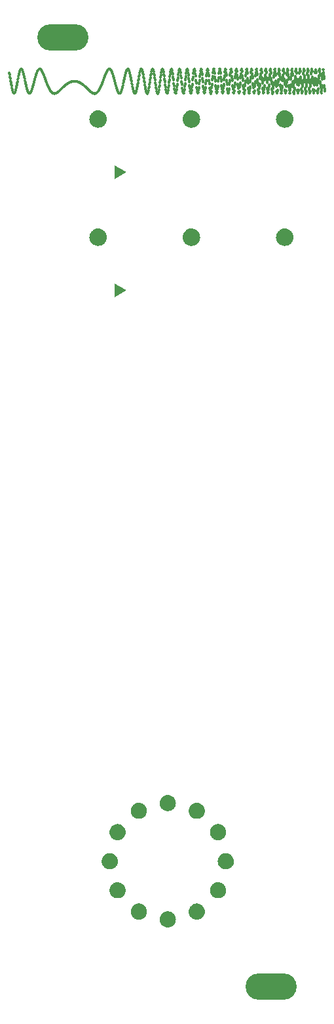
<source format=gts>
G04 Layer: TopSolderMaskLayer*
G04 EasyEDA v6.5.29, 2023-07-18 11:26:45*
G04 f5dd1875718348fc98e1e87d03b919b8,5a6b42c53f6a479593ecc07194224c93,10*
G04 Gerber Generator version 0.2*
G04 Scale: 100 percent, Rotated: No, Reflected: No *
G04 Dimensions in millimeters *
G04 leading zeros omitted , absolute positions ,4 integer and 5 decimal *
%FSLAX45Y45*%
%MOMM*%

%ADD10C,0.3556*%
%ADD11O,6.6032126X3.4031936000000003*%

%LPD*%
G36*
X1140561Y10107574D02*
G01*
X1130909Y10106964D01*
X1121308Y10105491D01*
X1111859Y10103205D01*
X1102664Y10100157D01*
X1093774Y10096296D01*
X1085240Y10091674D01*
X1077163Y10086340D01*
X1073251Y10083444D01*
X1065936Y10077094D01*
X1062431Y10073741D01*
X1055979Y10066528D01*
X1050137Y10058755D01*
X1045006Y10050526D01*
X1042669Y10046258D01*
X1038656Y10037470D01*
X1035354Y10028326D01*
X1032916Y10018979D01*
X1031240Y10009428D01*
X1030427Y9999726D01*
X1030427Y9990074D01*
X1031240Y9980371D01*
X1032916Y9970820D01*
X1035354Y9961473D01*
X1038656Y9952329D01*
X1042669Y9943541D01*
X1047496Y9935108D01*
X1052982Y9927082D01*
X1059129Y9919614D01*
X1065936Y9912654D01*
X1073251Y9906355D01*
X1081125Y9900666D01*
X1089456Y9895738D01*
X1098194Y9891471D01*
X1107236Y9888016D01*
X1116584Y9885324D01*
X1126083Y9883495D01*
X1135735Y9882428D01*
X1145438Y9882225D01*
X1155090Y9882835D01*
X1164691Y9884308D01*
X1174140Y9886594D01*
X1183335Y9889642D01*
X1192225Y9893503D01*
X1200759Y9898126D01*
X1204874Y9900666D01*
X1212748Y9906355D01*
X1220063Y9912654D01*
X1226870Y9919614D01*
X1233017Y9927082D01*
X1238504Y9935108D01*
X1243330Y9943541D01*
X1247343Y9952329D01*
X1250645Y9961473D01*
X1253083Y9970820D01*
X1254760Y9980371D01*
X1255572Y9990074D01*
X1255572Y9999726D01*
X1254760Y10009428D01*
X1253083Y10018979D01*
X1250645Y10028326D01*
X1247343Y10037470D01*
X1243330Y10046258D01*
X1238504Y10054691D01*
X1233017Y10062718D01*
X1226870Y10070185D01*
X1223568Y10073741D01*
X1216456Y10080345D01*
X1212748Y10083444D01*
X1204874Y10089083D01*
X1196543Y10094061D01*
X1187805Y10098328D01*
X1178763Y10101783D01*
X1169416Y10104475D01*
X1159916Y10106304D01*
X1150264Y10107371D01*
G37*
G36*
X2347061Y10107574D02*
G01*
X2337409Y10106964D01*
X2327808Y10105491D01*
X2318359Y10103205D01*
X2309164Y10100157D01*
X2300274Y10096296D01*
X2291740Y10091674D01*
X2283663Y10086340D01*
X2279751Y10083444D01*
X2272436Y10077094D01*
X2268931Y10073741D01*
X2262479Y10066528D01*
X2256637Y10058755D01*
X2251506Y10050526D01*
X2249170Y10046258D01*
X2245156Y10037470D01*
X2241854Y10028326D01*
X2239416Y10018979D01*
X2237740Y10009428D01*
X2236927Y9999726D01*
X2236927Y9990074D01*
X2237740Y9980371D01*
X2239416Y9970820D01*
X2241854Y9961473D01*
X2245156Y9952329D01*
X2249170Y9943541D01*
X2253996Y9935108D01*
X2259482Y9927082D01*
X2265629Y9919614D01*
X2272436Y9912654D01*
X2279751Y9906355D01*
X2287625Y9900666D01*
X2295956Y9895738D01*
X2304694Y9891471D01*
X2313736Y9888016D01*
X2323084Y9885324D01*
X2332583Y9883495D01*
X2342235Y9882428D01*
X2351938Y9882225D01*
X2361590Y9882835D01*
X2371191Y9884308D01*
X2380640Y9886594D01*
X2389835Y9889642D01*
X2398725Y9893503D01*
X2407259Y9898126D01*
X2411374Y9900666D01*
X2419248Y9906355D01*
X2426563Y9912654D01*
X2433370Y9919614D01*
X2439517Y9927082D01*
X2445004Y9935108D01*
X2449830Y9943541D01*
X2453843Y9952329D01*
X2457145Y9961473D01*
X2459583Y9970820D01*
X2461260Y9980371D01*
X2462072Y9990074D01*
X2462072Y9999726D01*
X2461260Y10009428D01*
X2459583Y10018979D01*
X2457145Y10028326D01*
X2453843Y10037470D01*
X2449830Y10046258D01*
X2445004Y10054691D01*
X2439517Y10062718D01*
X2433370Y10070185D01*
X2430068Y10073741D01*
X2422956Y10080345D01*
X2419248Y10083444D01*
X2411374Y10089083D01*
X2403043Y10094061D01*
X2394305Y10098328D01*
X2385263Y10101783D01*
X2375916Y10104475D01*
X2366416Y10106304D01*
X2356764Y10107371D01*
G37*
G36*
X3553561Y10107574D02*
G01*
X3543909Y10106964D01*
X3534308Y10105491D01*
X3524859Y10103205D01*
X3515664Y10100157D01*
X3506774Y10096296D01*
X3498240Y10091674D01*
X3490163Y10086340D01*
X3486251Y10083444D01*
X3478936Y10077094D01*
X3475431Y10073741D01*
X3468979Y10066528D01*
X3463137Y10058755D01*
X3458006Y10050526D01*
X3455670Y10046258D01*
X3451656Y10037470D01*
X3448354Y10028326D01*
X3445916Y10018979D01*
X3444240Y10009428D01*
X3443427Y9999726D01*
X3443427Y9990074D01*
X3444240Y9980371D01*
X3445916Y9970820D01*
X3448354Y9961473D01*
X3451656Y9952329D01*
X3455670Y9943541D01*
X3460496Y9935108D01*
X3465982Y9927082D01*
X3472129Y9919614D01*
X3478936Y9912654D01*
X3486251Y9906355D01*
X3494125Y9900666D01*
X3502456Y9895738D01*
X3511194Y9891471D01*
X3520236Y9888016D01*
X3529584Y9885324D01*
X3539083Y9883495D01*
X3548735Y9882428D01*
X3558438Y9882225D01*
X3568090Y9882835D01*
X3577691Y9884308D01*
X3587140Y9886594D01*
X3596335Y9889642D01*
X3605225Y9893503D01*
X3613759Y9898126D01*
X3617874Y9900666D01*
X3625748Y9906355D01*
X3633063Y9912654D01*
X3639870Y9919614D01*
X3646017Y9927082D01*
X3651504Y9935108D01*
X3656329Y9943541D01*
X3660343Y9952329D01*
X3663645Y9961473D01*
X3666083Y9970820D01*
X3667760Y9980371D01*
X3668572Y9990074D01*
X3668572Y9999726D01*
X3667760Y10009428D01*
X3666083Y10018979D01*
X3663645Y10028326D01*
X3660343Y10037470D01*
X3656329Y10046258D01*
X3651504Y10054691D01*
X3646017Y10062718D01*
X3639870Y10070185D01*
X3636568Y10073741D01*
X3629456Y10080345D01*
X3625748Y10083444D01*
X3617874Y10089083D01*
X3609543Y10094061D01*
X3600805Y10098328D01*
X3591763Y10101783D01*
X3582415Y10104475D01*
X3572916Y10106304D01*
X3563264Y10107371D01*
G37*
G36*
X1140561Y11631574D02*
G01*
X1130909Y11630964D01*
X1121308Y11629491D01*
X1111859Y11627205D01*
X1102664Y11624157D01*
X1093774Y11620296D01*
X1085240Y11615674D01*
X1077163Y11610340D01*
X1073251Y11607444D01*
X1065936Y11601094D01*
X1062431Y11597741D01*
X1055979Y11590528D01*
X1050137Y11582755D01*
X1045006Y11574526D01*
X1042669Y11570258D01*
X1038656Y11561470D01*
X1035354Y11552326D01*
X1032916Y11542979D01*
X1031240Y11533428D01*
X1030427Y11523726D01*
X1030427Y11514074D01*
X1031240Y11504371D01*
X1032916Y11494820D01*
X1035354Y11485473D01*
X1038656Y11476329D01*
X1042669Y11467541D01*
X1047496Y11459108D01*
X1052982Y11451082D01*
X1059129Y11443614D01*
X1065936Y11436654D01*
X1073251Y11430355D01*
X1081125Y11424666D01*
X1089456Y11419738D01*
X1098194Y11415471D01*
X1107236Y11412016D01*
X1116584Y11409324D01*
X1126083Y11407495D01*
X1135735Y11406428D01*
X1145438Y11406225D01*
X1155090Y11406835D01*
X1164691Y11408308D01*
X1174140Y11410594D01*
X1183335Y11413642D01*
X1192225Y11417503D01*
X1200759Y11422126D01*
X1204874Y11424666D01*
X1212748Y11430355D01*
X1220063Y11436654D01*
X1226870Y11443614D01*
X1233017Y11451082D01*
X1238504Y11459108D01*
X1243330Y11467541D01*
X1247343Y11476329D01*
X1250645Y11485473D01*
X1253083Y11494820D01*
X1254760Y11504371D01*
X1255572Y11514074D01*
X1255572Y11523726D01*
X1254760Y11533428D01*
X1253083Y11542979D01*
X1250645Y11552326D01*
X1247343Y11561470D01*
X1243330Y11570258D01*
X1238504Y11578691D01*
X1233017Y11586718D01*
X1226870Y11594185D01*
X1223568Y11597741D01*
X1216456Y11604345D01*
X1212748Y11607444D01*
X1204874Y11613083D01*
X1196543Y11618061D01*
X1187805Y11622328D01*
X1178763Y11625783D01*
X1169416Y11628475D01*
X1159916Y11630304D01*
X1150264Y11631371D01*
G37*
G36*
X2347061Y11631574D02*
G01*
X2337409Y11630964D01*
X2327808Y11629491D01*
X2318359Y11627205D01*
X2309164Y11624157D01*
X2300274Y11620296D01*
X2291740Y11615674D01*
X2283663Y11610340D01*
X2279751Y11607444D01*
X2272436Y11601094D01*
X2268931Y11597741D01*
X2262479Y11590528D01*
X2256637Y11582755D01*
X2251506Y11574526D01*
X2249170Y11570258D01*
X2245156Y11561470D01*
X2241854Y11552326D01*
X2239416Y11542979D01*
X2237740Y11533428D01*
X2236927Y11523726D01*
X2236927Y11514074D01*
X2237740Y11504371D01*
X2239416Y11494820D01*
X2241854Y11485473D01*
X2245156Y11476329D01*
X2249170Y11467541D01*
X2253996Y11459108D01*
X2259482Y11451082D01*
X2265629Y11443614D01*
X2272436Y11436654D01*
X2279751Y11430355D01*
X2287625Y11424666D01*
X2295956Y11419738D01*
X2304694Y11415471D01*
X2313736Y11412016D01*
X2323084Y11409324D01*
X2332583Y11407495D01*
X2342235Y11406428D01*
X2351938Y11406225D01*
X2361590Y11406835D01*
X2371191Y11408308D01*
X2380640Y11410594D01*
X2389835Y11413642D01*
X2398725Y11417503D01*
X2407259Y11422126D01*
X2411374Y11424666D01*
X2419248Y11430355D01*
X2426563Y11436654D01*
X2433370Y11443614D01*
X2439517Y11451082D01*
X2445004Y11459108D01*
X2449830Y11467541D01*
X2453843Y11476329D01*
X2457145Y11485473D01*
X2459583Y11494820D01*
X2461260Y11504371D01*
X2462072Y11514074D01*
X2462072Y11523726D01*
X2461260Y11533428D01*
X2459583Y11542979D01*
X2457145Y11552326D01*
X2453843Y11561470D01*
X2449830Y11570258D01*
X2445004Y11578691D01*
X2439517Y11586718D01*
X2433370Y11594185D01*
X2430068Y11597741D01*
X2422956Y11604345D01*
X2419248Y11607444D01*
X2411374Y11613083D01*
X2403043Y11618061D01*
X2394305Y11622328D01*
X2385263Y11625783D01*
X2375916Y11628475D01*
X2366416Y11630304D01*
X2356764Y11631371D01*
G37*
G36*
X3553561Y11631574D02*
G01*
X3543909Y11630964D01*
X3534308Y11629491D01*
X3524859Y11627205D01*
X3515664Y11624157D01*
X3506774Y11620296D01*
X3498240Y11615674D01*
X3490163Y11610340D01*
X3486251Y11607444D01*
X3478936Y11601094D01*
X3475431Y11597741D01*
X3468979Y11590528D01*
X3463137Y11582755D01*
X3458006Y11574526D01*
X3455670Y11570258D01*
X3451656Y11561470D01*
X3448354Y11552326D01*
X3445916Y11542979D01*
X3444240Y11533428D01*
X3443427Y11523726D01*
X3443427Y11514074D01*
X3444240Y11504371D01*
X3445916Y11494820D01*
X3448354Y11485473D01*
X3451656Y11476329D01*
X3455670Y11467541D01*
X3460496Y11459108D01*
X3465982Y11451082D01*
X3472129Y11443614D01*
X3478936Y11436654D01*
X3486251Y11430355D01*
X3494125Y11424666D01*
X3502456Y11419738D01*
X3511194Y11415471D01*
X3520236Y11412016D01*
X3529584Y11409324D01*
X3539083Y11407495D01*
X3548735Y11406428D01*
X3558438Y11406225D01*
X3568090Y11406835D01*
X3577691Y11408308D01*
X3587140Y11410594D01*
X3596335Y11413642D01*
X3605225Y11417503D01*
X3613759Y11422126D01*
X3617874Y11424666D01*
X3625748Y11430355D01*
X3633063Y11436654D01*
X3639870Y11443614D01*
X3646017Y11451082D01*
X3651504Y11459108D01*
X3656329Y11467541D01*
X3660343Y11476329D01*
X3663645Y11485473D01*
X3666083Y11494820D01*
X3667760Y11504371D01*
X3668572Y11514074D01*
X3668572Y11523726D01*
X3667760Y11533428D01*
X3666083Y11542979D01*
X3663645Y11552326D01*
X3660343Y11561470D01*
X3656329Y11570258D01*
X3651504Y11578691D01*
X3646017Y11586718D01*
X3639870Y11594185D01*
X3636568Y11597741D01*
X3629456Y11604345D01*
X3625748Y11607444D01*
X3617874Y11613083D01*
X3609543Y11618061D01*
X3600805Y11622328D01*
X3591763Y11625783D01*
X3582415Y11628475D01*
X3572916Y11630304D01*
X3563264Y11631371D01*
G37*
G36*
X1358900Y9398000D02*
G01*
X1358900Y9220200D01*
X1511300Y9309100D01*
G37*
G36*
X1358900Y10922000D02*
G01*
X1358900Y10744200D01*
X1511300Y10833100D01*
G37*
G36*
X2691384Y1675384D02*
G01*
X2682189Y1674774D01*
X2673096Y1673352D01*
X2664104Y1671116D01*
X2659735Y1669745D01*
X2651150Y1666341D01*
X2642920Y1662226D01*
X2635046Y1657350D01*
X2627680Y1651812D01*
X2620772Y1645666D01*
X2614472Y1638960D01*
X2608783Y1631696D01*
X2603804Y1623923D01*
X2601518Y1619910D01*
X2597607Y1611579D01*
X2594406Y1602943D01*
X2591968Y1594002D01*
X2590342Y1584960D01*
X2589530Y1575765D01*
X2589530Y1566519D01*
X2590342Y1557324D01*
X2591968Y1548231D01*
X2594406Y1539341D01*
X2595880Y1534972D01*
X2599486Y1526489D01*
X2603804Y1518310D01*
X2608783Y1510588D01*
X2614472Y1503324D01*
X2620772Y1496568D01*
X2627680Y1490421D01*
X2635046Y1484934D01*
X2642920Y1480058D01*
X2651150Y1475943D01*
X2659735Y1472539D01*
X2664104Y1471117D01*
X2673096Y1468932D01*
X2682189Y1467510D01*
X2691384Y1466900D01*
X2700629Y1467104D01*
X2709773Y1468120D01*
X2718816Y1469948D01*
X2723286Y1471117D01*
X2732024Y1474165D01*
X2740406Y1477924D01*
X2748483Y1482394D01*
X2756103Y1487576D01*
X2763266Y1493418D01*
X2769870Y1499870D01*
X2775864Y1506880D01*
X2781198Y1514398D01*
X2785872Y1522374D01*
X2789834Y1530705D01*
X2793034Y1539341D01*
X2794355Y1543761D01*
X2796336Y1552752D01*
X2797556Y1561896D01*
X2798013Y1571142D01*
X2797556Y1580337D01*
X2796336Y1589481D01*
X2794355Y1598472D01*
X2791510Y1607261D01*
X2787954Y1615795D01*
X2783636Y1623923D01*
X2778607Y1631696D01*
X2772918Y1638960D01*
X2766618Y1645666D01*
X2759760Y1651812D01*
X2752344Y1657350D01*
X2744520Y1662226D01*
X2736240Y1666341D01*
X2727706Y1669745D01*
X2718816Y1672336D01*
X2709773Y1674164D01*
X2700629Y1675180D01*
G37*
G36*
X2416860Y1400860D02*
G01*
X2407666Y1400251D01*
X2398572Y1398828D01*
X2389581Y1396593D01*
X2385212Y1395222D01*
X2376627Y1391818D01*
X2368397Y1387703D01*
X2360523Y1382826D01*
X2353157Y1377340D01*
X2346248Y1371142D01*
X2339949Y1364437D01*
X2334260Y1357172D01*
X2329281Y1349400D01*
X2326995Y1345387D01*
X2323084Y1337056D01*
X2321356Y1332788D01*
X2318562Y1324000D01*
X2316530Y1314958D01*
X2315311Y1305814D01*
X2314905Y1296619D01*
X2315311Y1287424D01*
X2316530Y1278280D01*
X2318562Y1269238D01*
X2321356Y1260449D01*
X2324963Y1251966D01*
X2329281Y1243787D01*
X2334260Y1236065D01*
X2339949Y1228801D01*
X2346248Y1222044D01*
X2353157Y1215898D01*
X2360523Y1210411D01*
X2368397Y1205534D01*
X2376627Y1201420D01*
X2385212Y1198016D01*
X2389581Y1196594D01*
X2398572Y1194409D01*
X2407666Y1192987D01*
X2416860Y1192377D01*
X2426106Y1192580D01*
X2435250Y1193596D01*
X2444292Y1195425D01*
X2448763Y1196594D01*
X2457500Y1199642D01*
X2465933Y1203401D01*
X2473960Y1207871D01*
X2481580Y1213053D01*
X2488742Y1218895D01*
X2495346Y1225346D01*
X2501341Y1232357D01*
X2506675Y1239875D01*
X2511348Y1247851D01*
X2515311Y1256182D01*
X2518511Y1264818D01*
X2520950Y1273708D01*
X2522575Y1282801D01*
X2523388Y1291996D01*
X2523388Y1301242D01*
X2522575Y1310436D01*
X2520950Y1319479D01*
X2518511Y1328420D01*
X2515311Y1337056D01*
X2511348Y1345387D01*
X2506675Y1353362D01*
X2501341Y1360881D01*
X2495346Y1367891D01*
X2488742Y1374343D01*
X2481580Y1380185D01*
X2473960Y1385366D01*
X2465933Y1389837D01*
X2457500Y1393596D01*
X2453182Y1395222D01*
X2444292Y1397812D01*
X2435250Y1399641D01*
X2426106Y1400657D01*
G37*
G36*
X2041855Y1300378D02*
G01*
X2032660Y1299768D01*
X2023567Y1298346D01*
X2014626Y1296111D01*
X2010206Y1294739D01*
X2001621Y1291336D01*
X1993392Y1287221D01*
X1985518Y1282344D01*
X1978152Y1276858D01*
X1971243Y1270660D01*
X1964943Y1263954D01*
X1959305Y1256690D01*
X1956663Y1252880D01*
X1951989Y1244904D01*
X1948078Y1236573D01*
X1946351Y1232306D01*
X1943557Y1223518D01*
X1941525Y1214475D01*
X1940306Y1205331D01*
X1939899Y1196136D01*
X1940306Y1186942D01*
X1941525Y1177798D01*
X1943557Y1168755D01*
X1946351Y1159967D01*
X1949957Y1151483D01*
X1954275Y1143304D01*
X1956663Y1139393D01*
X1962048Y1131874D01*
X1968042Y1124864D01*
X1974646Y1118412D01*
X1981758Y1112570D01*
X1989429Y1107389D01*
X1997456Y1102918D01*
X2005888Y1099159D01*
X2014626Y1096111D01*
X2023567Y1093927D01*
X2032660Y1092504D01*
X2041855Y1091895D01*
X2051100Y1092098D01*
X2060295Y1093114D01*
X2069338Y1094943D01*
X2078177Y1097534D01*
X2086762Y1100937D01*
X2094992Y1105052D01*
X2102815Y1109929D01*
X2110232Y1115415D01*
X2117090Y1121562D01*
X2123389Y1128318D01*
X2129078Y1135583D01*
X2134108Y1143304D01*
X2138426Y1151483D01*
X2141982Y1159967D01*
X2144826Y1168755D01*
X2146858Y1177798D01*
X2148078Y1186942D01*
X2148484Y1196136D01*
X2148078Y1205331D01*
X2146858Y1214475D01*
X2144826Y1223518D01*
X2141982Y1232306D01*
X2138426Y1240790D01*
X2134108Y1248918D01*
X2129078Y1256690D01*
X2123389Y1263954D01*
X2120341Y1267409D01*
X2113737Y1273860D01*
X2106574Y1279702D01*
X2098954Y1284884D01*
X2090928Y1289354D01*
X2082495Y1293114D01*
X2078177Y1294739D01*
X2069338Y1297330D01*
X2060295Y1299159D01*
X2051100Y1300175D01*
G37*
G36*
X1666900Y1400860D02*
G01*
X1657654Y1400251D01*
X1648561Y1398828D01*
X1639620Y1396593D01*
X1635201Y1395222D01*
X1626616Y1391818D01*
X1618386Y1387703D01*
X1610512Y1382826D01*
X1603146Y1377340D01*
X1596288Y1371142D01*
X1593037Y1367891D01*
X1587042Y1360881D01*
X1581708Y1353362D01*
X1577035Y1345387D01*
X1573072Y1337056D01*
X1569872Y1328420D01*
X1567434Y1319479D01*
X1565808Y1310436D01*
X1564995Y1301242D01*
X1564995Y1291996D01*
X1565808Y1282801D01*
X1567434Y1273708D01*
X1569872Y1264818D01*
X1573072Y1256182D01*
X1577035Y1247851D01*
X1581708Y1239875D01*
X1587042Y1232357D01*
X1593037Y1225346D01*
X1599641Y1218895D01*
X1606804Y1213053D01*
X1614424Y1207871D01*
X1622450Y1203401D01*
X1630883Y1199642D01*
X1639620Y1196594D01*
X1648561Y1194409D01*
X1657654Y1192987D01*
X1666900Y1192377D01*
X1676095Y1192580D01*
X1685289Y1193596D01*
X1694332Y1195425D01*
X1703171Y1198016D01*
X1711756Y1201420D01*
X1719986Y1205534D01*
X1727860Y1210411D01*
X1735226Y1215898D01*
X1742084Y1222044D01*
X1748434Y1228801D01*
X1754073Y1236065D01*
X1759102Y1243787D01*
X1763420Y1251966D01*
X1767027Y1260449D01*
X1769821Y1269238D01*
X1771853Y1278280D01*
X1773072Y1287424D01*
X1773478Y1296619D01*
X1773072Y1305814D01*
X1771853Y1314958D01*
X1769821Y1324000D01*
X1767027Y1332788D01*
X1763420Y1341272D01*
X1759102Y1349400D01*
X1754073Y1357172D01*
X1748434Y1364437D01*
X1742084Y1371142D01*
X1735226Y1377340D01*
X1727860Y1382826D01*
X1719986Y1387703D01*
X1711756Y1391818D01*
X1703171Y1395222D01*
X1694332Y1397812D01*
X1685289Y1399641D01*
X1676095Y1400657D01*
G37*
G36*
X1392377Y1675384D02*
G01*
X1383131Y1674774D01*
X1374038Y1673352D01*
X1365097Y1671116D01*
X1360678Y1669745D01*
X1352092Y1666341D01*
X1343863Y1662226D01*
X1336040Y1657350D01*
X1328623Y1651812D01*
X1321765Y1645666D01*
X1315466Y1638960D01*
X1309776Y1631696D01*
X1304747Y1623923D01*
X1300429Y1615795D01*
X1296873Y1607261D01*
X1294028Y1598472D01*
X1291996Y1589481D01*
X1290777Y1580337D01*
X1290370Y1571142D01*
X1290777Y1561896D01*
X1291996Y1552752D01*
X1294028Y1543761D01*
X1296873Y1534972D01*
X1300429Y1526489D01*
X1304747Y1518310D01*
X1309776Y1510588D01*
X1315466Y1503324D01*
X1321765Y1496568D01*
X1328623Y1490421D01*
X1336040Y1484934D01*
X1343863Y1480058D01*
X1352092Y1475943D01*
X1360678Y1472539D01*
X1369517Y1469948D01*
X1378559Y1468120D01*
X1387754Y1467104D01*
X1397000Y1466900D01*
X1406194Y1467510D01*
X1415288Y1468932D01*
X1424228Y1471117D01*
X1432966Y1474165D01*
X1441399Y1477924D01*
X1449425Y1482394D01*
X1457096Y1487576D01*
X1464208Y1493418D01*
X1470812Y1499870D01*
X1476806Y1506880D01*
X1482191Y1514398D01*
X1486865Y1522374D01*
X1490776Y1530705D01*
X1492504Y1534972D01*
X1495298Y1543761D01*
X1497330Y1552752D01*
X1498549Y1561896D01*
X1498955Y1571142D01*
X1498549Y1580337D01*
X1497330Y1589481D01*
X1495298Y1598472D01*
X1492504Y1607261D01*
X1488897Y1615795D01*
X1486865Y1619910D01*
X1482191Y1627886D01*
X1476806Y1635353D01*
X1473911Y1638960D01*
X1467612Y1645666D01*
X1460703Y1651812D01*
X1453337Y1657350D01*
X1445463Y1662226D01*
X1437233Y1666341D01*
X1428648Y1669745D01*
X1419809Y1672336D01*
X1410766Y1674164D01*
X1401572Y1675180D01*
G37*
G36*
X1291894Y2050389D02*
G01*
X1282700Y2049780D01*
X1273556Y2048357D01*
X1264615Y2046122D01*
X1255877Y2043125D01*
X1247444Y2039366D01*
X1239418Y2034844D01*
X1231798Y2029663D01*
X1224635Y2023821D01*
X1218031Y2017369D01*
X1212037Y2010359D01*
X1206703Y2002840D01*
X1202029Y1994916D01*
X1198067Y1986584D01*
X1194866Y1977898D01*
X1192428Y1969007D01*
X1190802Y1959914D01*
X1189990Y1950770D01*
X1189990Y1941525D01*
X1190802Y1932330D01*
X1192428Y1923237D01*
X1194866Y1914347D01*
X1198067Y1905711D01*
X1202029Y1897380D01*
X1206703Y1889404D01*
X1212037Y1881886D01*
X1218031Y1874875D01*
X1224635Y1868424D01*
X1231798Y1862582D01*
X1239418Y1857400D01*
X1247444Y1852879D01*
X1255877Y1849120D01*
X1264615Y1846122D01*
X1273556Y1843887D01*
X1282700Y1842465D01*
X1291894Y1841855D01*
X1301089Y1842058D01*
X1310284Y1843074D01*
X1319326Y1844903D01*
X1328166Y1847545D01*
X1332484Y1849120D01*
X1340916Y1852879D01*
X1348994Y1857400D01*
X1356614Y1862582D01*
X1363726Y1868424D01*
X1370330Y1874875D01*
X1376324Y1881886D01*
X1381709Y1889404D01*
X1386382Y1897380D01*
X1390294Y1905711D01*
X1392021Y1909978D01*
X1394815Y1918766D01*
X1396847Y1927758D01*
X1398066Y1936902D01*
X1398473Y1946148D01*
X1398066Y1955342D01*
X1396847Y1964486D01*
X1394815Y1973478D01*
X1392021Y1982266D01*
X1388414Y1990801D01*
X1386382Y1994916D01*
X1381709Y2002840D01*
X1379118Y2006701D01*
X1373428Y2013966D01*
X1367129Y2020671D01*
X1360220Y2026818D01*
X1352854Y2032355D01*
X1344980Y2037181D01*
X1336751Y2041347D01*
X1328166Y2044700D01*
X1319326Y2047341D01*
X1310284Y2049170D01*
X1301089Y2050186D01*
G37*
G36*
X1392377Y2425395D02*
G01*
X1383131Y2424785D01*
X1374038Y2423363D01*
X1365097Y2421128D01*
X1356360Y2418130D01*
X1347927Y2414371D01*
X1339900Y2409850D01*
X1332280Y2404668D01*
X1325118Y2398826D01*
X1318514Y2392375D01*
X1312519Y2385364D01*
X1307185Y2377846D01*
X1302512Y2369921D01*
X1298549Y2361590D01*
X1295349Y2352903D01*
X1292910Y2344013D01*
X1291285Y2334920D01*
X1290472Y2325725D01*
X1290472Y2316530D01*
X1291285Y2307336D01*
X1292910Y2298242D01*
X1295349Y2289352D01*
X1298549Y2280716D01*
X1302512Y2272334D01*
X1307185Y2264410D01*
X1312519Y2256891D01*
X1318514Y2249881D01*
X1325118Y2243429D01*
X1332280Y2237587D01*
X1339900Y2232406D01*
X1347927Y2227884D01*
X1356360Y2224125D01*
X1365097Y2221128D01*
X1374038Y2218893D01*
X1383131Y2217470D01*
X1392377Y2216861D01*
X1401572Y2217064D01*
X1410766Y2218080D01*
X1419809Y2219909D01*
X1428648Y2222550D01*
X1432966Y2224125D01*
X1441399Y2227884D01*
X1449425Y2232406D01*
X1457096Y2237587D01*
X1464208Y2243429D01*
X1470812Y2249881D01*
X1476806Y2256891D01*
X1482191Y2264410D01*
X1486865Y2272334D01*
X1490776Y2280716D01*
X1492504Y2284984D01*
X1495298Y2293772D01*
X1497330Y2302764D01*
X1498549Y2311908D01*
X1498955Y2321153D01*
X1498549Y2330348D01*
X1497330Y2339492D01*
X1495298Y2348484D01*
X1492504Y2357272D01*
X1488897Y2365806D01*
X1486865Y2369921D01*
X1482191Y2377846D01*
X1476806Y2385364D01*
X1473911Y2388971D01*
X1467612Y2395677D01*
X1460703Y2401824D01*
X1453337Y2407361D01*
X1445463Y2412187D01*
X1437233Y2416352D01*
X1428648Y2419705D01*
X1419809Y2422347D01*
X1410766Y2424176D01*
X1401572Y2425192D01*
G37*
G36*
X1666900Y2699918D02*
G01*
X1657654Y2699308D01*
X1648561Y2697886D01*
X1639620Y2695651D01*
X1630883Y2692654D01*
X1622450Y2688894D01*
X1614424Y2684373D01*
X1610512Y2681884D01*
X1603146Y2676347D01*
X1596288Y2670200D01*
X1589989Y2663444D01*
X1584299Y2656179D01*
X1579270Y2648458D01*
X1574952Y2640279D01*
X1571396Y2631795D01*
X1568551Y2623007D01*
X1566519Y2614015D01*
X1565300Y2604871D01*
X1564894Y2595626D01*
X1564995Y2591054D01*
X1565808Y2581859D01*
X1567434Y2572766D01*
X1569872Y2563876D01*
X1573072Y2555189D01*
X1577035Y2546858D01*
X1581708Y2538933D01*
X1587042Y2531414D01*
X1593037Y2524404D01*
X1599641Y2517952D01*
X1606804Y2512110D01*
X1610512Y2509418D01*
X1618386Y2504592D01*
X1626616Y2500426D01*
X1635201Y2497074D01*
X1644040Y2494432D01*
X1653082Y2492603D01*
X1662277Y2491587D01*
X1671472Y2491384D01*
X1680718Y2491994D01*
X1689811Y2493416D01*
X1698752Y2495651D01*
X1707489Y2498648D01*
X1715922Y2502408D01*
X1723948Y2506929D01*
X1731619Y2512110D01*
X1738731Y2517952D01*
X1745335Y2524404D01*
X1751330Y2531414D01*
X1756664Y2538933D01*
X1761337Y2546858D01*
X1765300Y2555189D01*
X1767027Y2559507D01*
X1769821Y2568295D01*
X1771853Y2577287D01*
X1773072Y2586431D01*
X1773478Y2595676D01*
X1773377Y2600248D01*
X1772564Y2609443D01*
X1770938Y2618536D01*
X1768500Y2627426D01*
X1767027Y2631795D01*
X1763420Y2640279D01*
X1759102Y2648458D01*
X1754073Y2656179D01*
X1748434Y2663444D01*
X1742084Y2670200D01*
X1735226Y2676347D01*
X1727860Y2681884D01*
X1719986Y2686710D01*
X1711756Y2690876D01*
X1703171Y2694228D01*
X1694332Y2696870D01*
X1685289Y2698699D01*
X1676095Y2699715D01*
G37*
G36*
X2041855Y2800400D02*
G01*
X2032660Y2799791D01*
X2023567Y2798368D01*
X2014626Y2796133D01*
X2005888Y2793136D01*
X1997456Y2789377D01*
X1989429Y2784856D01*
X1981758Y2779674D01*
X1974646Y2773832D01*
X1968042Y2767380D01*
X1962048Y2760370D01*
X1956663Y2752852D01*
X1951989Y2744927D01*
X1948078Y2736596D01*
X1946351Y2732278D01*
X1943557Y2723489D01*
X1941525Y2714498D01*
X1940306Y2705354D01*
X1939899Y2696108D01*
X1940306Y2686913D01*
X1941525Y2677769D01*
X1943557Y2668778D01*
X1946351Y2659989D01*
X1949957Y2651455D01*
X1951989Y2647340D01*
X1956663Y2639415D01*
X1962048Y2631897D01*
X1968042Y2624886D01*
X1974646Y2618435D01*
X1981758Y2612593D01*
X1989429Y2607411D01*
X1997456Y2602890D01*
X2005888Y2599131D01*
X2014626Y2596134D01*
X2023567Y2593898D01*
X2032660Y2592476D01*
X2041855Y2591866D01*
X2051100Y2592070D01*
X2060295Y2593086D01*
X2069338Y2594914D01*
X2078177Y2597556D01*
X2086762Y2600909D01*
X2094992Y2605074D01*
X2102815Y2609900D01*
X2110232Y2615438D01*
X2117090Y2621584D01*
X2123389Y2628341D01*
X2129078Y2635605D01*
X2134108Y2643327D01*
X2138426Y2651455D01*
X2141982Y2659989D01*
X2144826Y2668778D01*
X2146858Y2677769D01*
X2148078Y2686913D01*
X2148484Y2696108D01*
X2148078Y2705354D01*
X2146858Y2714498D01*
X2144826Y2723489D01*
X2141982Y2732278D01*
X2138426Y2740761D01*
X2134108Y2748940D01*
X2129078Y2756662D01*
X2123389Y2763926D01*
X2117090Y2770682D01*
X2110232Y2776829D01*
X2102815Y2782366D01*
X2094992Y2787192D01*
X2086762Y2791358D01*
X2078177Y2794711D01*
X2069338Y2797352D01*
X2060295Y2799181D01*
X2051100Y2800197D01*
G37*
G36*
X2416860Y2699918D02*
G01*
X2407666Y2699308D01*
X2398572Y2697886D01*
X2389581Y2695651D01*
X2380894Y2692654D01*
X2372461Y2688894D01*
X2364384Y2684373D01*
X2356764Y2679192D01*
X2349652Y2673350D01*
X2343048Y2666898D01*
X2337054Y2659888D01*
X2331669Y2652369D01*
X2326995Y2644444D01*
X2323084Y2636113D01*
X2321356Y2631795D01*
X2318562Y2623007D01*
X2316530Y2614015D01*
X2315311Y2604871D01*
X2314905Y2595676D01*
X2315311Y2586431D01*
X2316530Y2577287D01*
X2318562Y2568295D01*
X2321356Y2559507D01*
X2324963Y2551023D01*
X2326995Y2546858D01*
X2331669Y2538933D01*
X2337054Y2531414D01*
X2343048Y2524404D01*
X2349652Y2517952D01*
X2356764Y2512110D01*
X2364384Y2506929D01*
X2372461Y2502408D01*
X2380894Y2498648D01*
X2389581Y2495651D01*
X2398572Y2493416D01*
X2407666Y2491994D01*
X2416860Y2491384D01*
X2426106Y2491587D01*
X2435250Y2492603D01*
X2444292Y2494432D01*
X2453182Y2497074D01*
X2461768Y2500426D01*
X2469997Y2504592D01*
X2477820Y2509418D01*
X2485237Y2514955D01*
X2492095Y2521102D01*
X2498394Y2527858D01*
X2504084Y2535123D01*
X2509113Y2542844D01*
X2513431Y2551023D01*
X2516987Y2559507D01*
X2519832Y2568295D01*
X2521864Y2577287D01*
X2523083Y2586431D01*
X2523490Y2595626D01*
X2523083Y2604871D01*
X2521864Y2614015D01*
X2519832Y2623007D01*
X2516987Y2631795D01*
X2513431Y2640279D01*
X2509113Y2648458D01*
X2504084Y2656179D01*
X2498394Y2663444D01*
X2492095Y2670200D01*
X2485237Y2676347D01*
X2477820Y2681884D01*
X2469997Y2686710D01*
X2461768Y2690876D01*
X2453182Y2694228D01*
X2444292Y2696870D01*
X2435250Y2698699D01*
X2426106Y2699715D01*
G37*
G36*
X2691384Y2425395D02*
G01*
X2682189Y2424785D01*
X2673096Y2423363D01*
X2664104Y2421128D01*
X2655417Y2418130D01*
X2646984Y2414371D01*
X2638907Y2409850D01*
X2631287Y2404668D01*
X2624175Y2398826D01*
X2617571Y2392375D01*
X2614472Y2388971D01*
X2608783Y2381656D01*
X2603804Y2373934D01*
X2601518Y2369921D01*
X2597607Y2361590D01*
X2595880Y2357272D01*
X2593086Y2348484D01*
X2591054Y2339492D01*
X2589834Y2330348D01*
X2589428Y2321153D01*
X2589834Y2311908D01*
X2591054Y2302764D01*
X2593086Y2293772D01*
X2595880Y2284984D01*
X2599486Y2276500D01*
X2601518Y2272334D01*
X2606192Y2264410D01*
X2611577Y2256891D01*
X2617571Y2249881D01*
X2624175Y2243429D01*
X2631287Y2237587D01*
X2638907Y2232406D01*
X2646984Y2227884D01*
X2655417Y2224125D01*
X2664104Y2221128D01*
X2673096Y2218893D01*
X2682189Y2217470D01*
X2691384Y2216861D01*
X2700629Y2217064D01*
X2709773Y2218080D01*
X2718816Y2219909D01*
X2727706Y2222550D01*
X2732024Y2224125D01*
X2740406Y2227884D01*
X2748483Y2232406D01*
X2756103Y2237587D01*
X2763266Y2243429D01*
X2769870Y2249881D01*
X2775864Y2256891D01*
X2781198Y2264410D01*
X2785872Y2272334D01*
X2789834Y2280716D01*
X2793034Y2289352D01*
X2794355Y2293772D01*
X2796336Y2302764D01*
X2797556Y2311908D01*
X2798013Y2321153D01*
X2797556Y2330348D01*
X2796336Y2339492D01*
X2794355Y2348484D01*
X2791510Y2357272D01*
X2787954Y2365806D01*
X2783636Y2373934D01*
X2778607Y2381656D01*
X2772918Y2388971D01*
X2766618Y2395677D01*
X2759760Y2401824D01*
X2752344Y2407361D01*
X2744520Y2412187D01*
X2736240Y2416352D01*
X2727706Y2419705D01*
X2718816Y2422347D01*
X2709773Y2424176D01*
X2700629Y2425192D01*
G37*
G36*
X2791866Y2050389D02*
G01*
X2782671Y2049780D01*
X2773578Y2048357D01*
X2764586Y2046122D01*
X2755900Y2043125D01*
X2747467Y2039366D01*
X2739390Y2034844D01*
X2731770Y2029663D01*
X2724658Y2023821D01*
X2718054Y2017369D01*
X2714955Y2013966D01*
X2709265Y2006701D01*
X2704236Y1998929D01*
X2699969Y1990801D01*
X2698038Y1986584D01*
X2694889Y1977898D01*
X2692450Y1969007D01*
X2690825Y1959914D01*
X2690012Y1950770D01*
X2690012Y1941525D01*
X2690825Y1932330D01*
X2692450Y1923237D01*
X2694889Y1914347D01*
X2698038Y1905711D01*
X2702001Y1897380D01*
X2706674Y1889404D01*
X2712059Y1881886D01*
X2718054Y1874875D01*
X2724658Y1868424D01*
X2731770Y1862582D01*
X2739390Y1857400D01*
X2747467Y1852879D01*
X2755900Y1849120D01*
X2764586Y1846122D01*
X2773578Y1843887D01*
X2782671Y1842465D01*
X2791866Y1841855D01*
X2801112Y1842058D01*
X2810256Y1843074D01*
X2819298Y1844903D01*
X2828137Y1847545D01*
X2832506Y1849120D01*
X2840888Y1852879D01*
X2848965Y1857400D01*
X2856585Y1862582D01*
X2863748Y1868424D01*
X2870352Y1874875D01*
X2876346Y1881886D01*
X2881680Y1889404D01*
X2886354Y1897380D01*
X2890316Y1905711D01*
X2893517Y1914347D01*
X2894838Y1918766D01*
X2896819Y1927758D01*
X2898038Y1936902D01*
X2898444Y1946148D01*
X2898038Y1955342D01*
X2896819Y1964486D01*
X2894838Y1973478D01*
X2891993Y1982266D01*
X2888437Y1990801D01*
X2884119Y1998929D01*
X2879090Y2006701D01*
X2873400Y2013966D01*
X2867101Y2020671D01*
X2860243Y2026818D01*
X2852826Y2032355D01*
X2845003Y2037181D01*
X2836722Y2041347D01*
X2828137Y2044700D01*
X2819298Y2047341D01*
X2810256Y2049170D01*
X2801112Y2050186D01*
G37*
D10*
X-4229Y12109815D02*
G01*
X4234Y12088850D01*
X4234Y12065848D02*
G01*
X12705Y12041286D01*
X12705Y12016003D02*
G01*
X21170Y11990481D01*
X21170Y11965559D02*
G01*
X29634Y11941683D01*
X29634Y11919612D02*
G01*
X38105Y11899706D01*
X38105Y11882561D02*
G01*
X46570Y11868434D01*
X46570Y11857720D02*
G01*
X55034Y11850545D01*
X55034Y11847065D02*
G01*
X63505Y11847296D01*
X63505Y11851159D02*
G01*
X71970Y11858531D01*
X71970Y11869160D02*
G01*
X80434Y11882798D01*
X80434Y11899038D02*
G01*
X88905Y11917547D01*
X88905Y11937814D02*
G01*
X97370Y11959450D01*
X97370Y11981903D02*
G01*
X105834Y12004756D01*
X105834Y12027463D02*
G01*
X114305Y12049615D01*
X114305Y12070735D02*
G01*
X122770Y12090450D01*
X122770Y12108365D02*
G01*
X131234Y12124176D01*
X131234Y12137603D02*
G01*
X139705Y12148444D01*
X139705Y12156523D02*
G01*
X148170Y12161756D01*
X148170Y12164082D02*
G01*
X156634Y12163511D01*
X156634Y12160120D02*
G01*
X165105Y12154011D01*
X165105Y12145335D02*
G01*
X173570Y12134303D01*
X173570Y12121134D02*
G01*
X182034Y12106107D01*
X182034Y12089488D02*
G01*
X190505Y12071611D01*
X190505Y12052752D02*
G01*
X198970Y12033288D01*
X198970Y12013473D02*
G01*
X207434Y11993699D01*
X207434Y11974202D02*
G01*
X215905Y11955338D01*
X215905Y11937324D02*
G01*
X224370Y11920463D01*
X224370Y11904929D02*
G01*
X232834Y11890976D01*
X232834Y11878716D02*
G01*
X241305Y11868335D01*
X241305Y11859902D02*
G01*
X249770Y11853534D01*
X249770Y11849229D02*
G01*
X258234Y11847034D01*
X258234Y11846918D02*
G01*
X266705Y11848838D01*
X266705Y11852739D02*
G01*
X275170Y11858500D01*
X275170Y11866059D02*
G01*
X283634Y11875218D01*
X283634Y11885896D02*
G01*
X292105Y11897865D01*
X292105Y11911037D02*
G01*
X300570Y11925132D01*
X300570Y11940082D02*
G01*
X309034Y11955574D01*
X309034Y11971553D02*
G01*
X317505Y11987702D01*
X317505Y12003986D02*
G01*
X325970Y12020077D01*
X325970Y12035965D02*
G01*
X334434Y12051339D01*
X334434Y12066209D02*
G01*
X342905Y12080298D01*
X342905Y12093618D02*
G01*
X351370Y12105927D01*
X351370Y12117275D02*
G01*
X359834Y12127445D01*
X359834Y12136493D02*
G01*
X368305Y12144263D01*
X368305Y12150818D02*
G01*
X376770Y12156038D01*
X376770Y12159995D02*
G01*
X385234Y12162637D01*
X385234Y12164001D02*
G01*
X393705Y12164108D01*
X393705Y12162977D02*
G01*
X402170Y12160676D01*
X402170Y12157229D02*
G01*
X410634Y12152734D01*
X410634Y12147189D02*
G01*
X419105Y12140752D01*
X419105Y12133399D02*
G01*
X427570Y12125312D01*
X427570Y12116457D02*
G01*
X436034Y12107037D01*
X436034Y12096998D02*
G01*
X444505Y12086579D01*
X444505Y12075685D02*
G01*
X452970Y12064583D01*
X452970Y12053161D02*
G01*
X461434Y12041690D01*
X461434Y12030044D02*
G01*
X469905Y12018497D01*
X469905Y12006894D02*
G01*
X478370Y11995533D01*
X478370Y11984248D02*
G01*
X486834Y11973303D01*
X486834Y11962531D02*
G01*
X495305Y11952206D01*
X495305Y11942142D02*
G01*
X503770Y11932592D01*
X503770Y11923377D02*
G01*
X512234Y11914733D01*
X512234Y11906478D02*
G01*
X520705Y11898828D01*
X520705Y11891609D02*
G01*
X529170Y11885010D01*
X529170Y11878878D02*
G01*
X537634Y11873364D01*
X537634Y11868335D02*
G01*
X546105Y11863908D01*
X546105Y11859963D02*
G01*
X554570Y11856603D01*
X554570Y11853720D02*
G01*
X563034Y11851388D01*
X563034Y11849521D02*
G01*
X571505Y11848157D01*
X571505Y11847245D02*
G01*
X579970Y11846780D01*
X579970Y11846750D02*
G01*
X588434Y11847116D01*
X588434Y11847878D02*
G01*
X596905Y11848993D01*
X596905Y11850471D02*
G01*
X605370Y11852236D01*
X605370Y11854340D02*
G01*
X613834Y11856676D01*
X613834Y11859313D02*
G01*
X622305Y11862140D01*
X622305Y11865229D02*
G01*
X630770Y11868447D01*
X630770Y11871901D02*
G01*
X639234Y11875442D01*
X639234Y11879181D02*
G01*
X647705Y11882958D01*
X647705Y11886920D02*
G01*
X656170Y11890865D01*
X656170Y11894969D02*
G01*
X664641Y11899026D01*
X664641Y11903212D02*
G01*
X673100Y11907309D01*
X673100Y11911520D02*
G01*
X681570Y11915620D01*
X681570Y11919805D02*
G01*
X690041Y11923854D01*
X690041Y11927972D02*
G01*
X698500Y11931929D01*
X698500Y11935940D02*
G01*
X706970Y11939772D01*
X706970Y11943648D02*
G01*
X715441Y11947319D01*
X715441Y11951035D02*
G01*
X723900Y11954525D01*
X723900Y11958048D02*
G01*
X732370Y11961340D01*
X732370Y11964652D02*
G01*
X740841Y11967728D01*
X740841Y11970816D02*
G01*
X749300Y11973669D01*
X749300Y11976521D02*
G01*
X757770Y11979125D01*
X757770Y11981736D02*
G01*
X766241Y11984093D01*
X766241Y11986455D02*
G01*
X774700Y11988563D01*
X774700Y11990666D02*
G01*
X783170Y11992513D01*
X783170Y11994362D02*
G01*
X791641Y11995942D01*
X791641Y11997524D02*
G01*
X800100Y11998853D01*
X800100Y12000174D02*
G01*
X808570Y12001233D01*
X808570Y12002287D02*
G01*
X817041Y12003082D01*
X817041Y12003874D02*
G01*
X825500Y12004403D01*
X825500Y12004936D02*
G01*
X833970Y12005195D01*
X833970Y12005462D02*
G01*
X842441Y12005462D01*
X842441Y12005462D02*
G01*
X850900Y12005195D01*
X850900Y12004936D02*
G01*
X859370Y12004403D01*
X859370Y12003874D02*
G01*
X867841Y12003082D01*
X867841Y12002287D02*
G01*
X876300Y12001233D01*
X876300Y12000174D02*
G01*
X884770Y11998853D01*
X884770Y11997524D02*
G01*
X893241Y11995942D01*
X893241Y11994362D02*
G01*
X901700Y11992513D01*
X901700Y11990666D02*
G01*
X910170Y11988563D01*
X910170Y11986455D02*
G01*
X918641Y11984093D01*
X918641Y11981743D02*
G01*
X927100Y11979125D01*
X927100Y11976521D02*
G01*
X935570Y11973669D01*
X935570Y11970821D02*
G01*
X944041Y11967728D01*
X944041Y11964652D02*
G01*
X952500Y11961340D01*
X952500Y11958048D02*
G01*
X960970Y11954525D01*
X960970Y11951035D02*
G01*
X969441Y11947319D01*
X969441Y11943648D02*
G01*
X977900Y11939772D01*
X977900Y11935947D02*
G01*
X986370Y11931929D01*
X986370Y11927972D02*
G01*
X994841Y11923854D01*
X994841Y11919805D02*
G01*
X1003300Y11915620D01*
X1003300Y11911520D02*
G01*
X1011770Y11907309D01*
X1011770Y11903212D02*
G01*
X1020241Y11899026D01*
X1020241Y11894969D02*
G01*
X1028700Y11890865D01*
X1028700Y11886920D02*
G01*
X1037170Y11882958D01*
X1037170Y11879181D02*
G01*
X1045641Y11875442D01*
X1045641Y11871901D02*
G01*
X1054100Y11868447D01*
X1054100Y11865229D02*
G01*
X1062570Y11862140D01*
X1062570Y11859318D02*
G01*
X1071041Y11856676D01*
X1071041Y11854340D02*
G01*
X1079500Y11852236D01*
X1079500Y11850471D02*
G01*
X1087970Y11848993D01*
X1087970Y11847878D02*
G01*
X1096441Y11847116D01*
X1096441Y11846750D02*
G01*
X1104900Y11846780D01*
X1104900Y11847245D02*
G01*
X1113370Y11848157D01*
X1113370Y11849521D02*
G01*
X1121841Y11851388D01*
X1121841Y11853720D02*
G01*
X1130300Y11856603D01*
X1130300Y11859958D02*
G01*
X1138770Y11863908D01*
X1138770Y11868330D02*
G01*
X1147241Y11873364D01*
X1147241Y11878871D02*
G01*
X1155700Y11885010D01*
X1155700Y11891601D02*
G01*
X1164170Y11898828D01*
X1164170Y11906465D02*
G01*
X1172641Y11914733D01*
X1172641Y11923364D02*
G01*
X1181100Y11932592D01*
X1181100Y11942130D02*
G01*
X1189570Y11952206D01*
X1189570Y11962513D02*
G01*
X1198041Y11973303D01*
X1198041Y11984230D02*
G01*
X1206500Y11995533D01*
X1206500Y12006877D02*
G01*
X1214970Y12018497D01*
X1214970Y12030019D02*
G01*
X1223441Y12041690D01*
X1223441Y12053138D02*
G01*
X1231900Y12064583D01*
X1231900Y12075665D02*
G01*
X1240370Y12086579D01*
X1240370Y12096973D02*
G01*
X1248841Y12107037D01*
X1248841Y12116432D02*
G01*
X1257300Y12125312D01*
X1257300Y12133379D02*
G01*
X1265770Y12140752D01*
X1265770Y12147179D02*
G01*
X1274241Y12152734D01*
X1274241Y12157217D02*
G01*
X1282700Y12160676D01*
X1282700Y12162972D02*
G01*
X1291170Y12164108D01*
X1291170Y12164001D02*
G01*
X1299641Y12162637D01*
X1299641Y12160008D02*
G01*
X1308100Y12156038D01*
X1308100Y12150836D02*
G01*
X1316570Y12144263D01*
X1316570Y12136518D02*
G01*
X1325041Y12127445D01*
X1325041Y12117306D02*
G01*
X1333500Y12105927D01*
X1333500Y12093661D02*
G01*
X1341970Y12080298D01*
X1341970Y12066259D02*
G01*
X1350441Y12051339D01*
X1350441Y12036016D02*
G01*
X1358900Y12020077D01*
X1358900Y12004042D02*
G01*
X1367370Y11987702D01*
X1367370Y11971616D02*
G01*
X1375841Y11955574D01*
X1375841Y11940138D02*
G01*
X1384300Y11925132D01*
X1384300Y11911093D02*
G01*
X1392770Y11897865D01*
X1392770Y11885947D02*
G01*
X1401241Y11875218D01*
X1401241Y11866090D02*
G01*
X1409700Y11858500D01*
X1409700Y11852757D02*
G01*
X1418170Y11848838D01*
X1418170Y11846923D02*
G01*
X1426641Y11847034D01*
X1426641Y11849211D02*
G01*
X1435100Y11853534D01*
X1435100Y11859872D02*
G01*
X1443570Y11868335D01*
X1443570Y11878660D02*
G01*
X1452041Y11890976D01*
X1452041Y11904855D02*
G01*
X1460500Y11920463D01*
X1460500Y11937237D02*
G01*
X1468970Y11955338D01*
X1468970Y11974103D02*
G01*
X1477441Y11993699D01*
X1477441Y12013369D02*
G01*
X1485900Y12033288D01*
X1485900Y12052653D02*
G01*
X1494370Y12071611D01*
X1494370Y12089389D02*
G01*
X1502841Y12106107D01*
X1502841Y12121052D02*
G01*
X1511300Y12134303D01*
X1511300Y12145274D02*
G01*
X1519770Y12154011D01*
X1519770Y12160095D02*
G01*
X1528241Y12163511D01*
X1528241Y12164087D02*
G01*
X1536700Y12161756D01*
X1536700Y12156567D02*
G01*
X1545170Y12148444D01*
X1545170Y12137684D02*
G01*
X1553641Y12124176D01*
X1553641Y12108477D02*
G01*
X1562100Y12090450D01*
X1562100Y12070877D02*
G01*
X1570570Y12049615D01*
X1570570Y12027618D02*
G01*
X1579041Y12004756D01*
X1579041Y11982066D02*
G01*
X1587500Y11959450D01*
X1587500Y11937969D02*
G01*
X1595970Y11917547D01*
X1595970Y11899168D02*
G01*
X1604441Y11882798D01*
X1604441Y11869254D02*
G01*
X1612900Y11858531D01*
X1612900Y11851203D02*
G01*
X1621370Y11847296D01*
X1621370Y11847052D02*
G01*
X1629841Y11850545D01*
X1629841Y11857644D02*
G01*
X1638300Y11868434D01*
X1638300Y11882432D02*
G01*
X1646770Y11899706D01*
X1646770Y11919427D02*
G01*
X1655241Y11941683D01*
X1655241Y11965348D02*
G01*
X1663700Y11990481D01*
X1663700Y12015774D02*
G01*
X1672170Y12041286D01*
X1672170Y12065632D02*
G01*
X1680641Y12088850D01*
X1680641Y12109635D02*
G01*
X1689100Y12127984D01*
X1689100Y12142848D02*
G01*
X1697570Y12154184D01*
X1697570Y12161316D02*
G01*
X1706041Y12164174D01*
X1706041Y12162538D02*
G01*
X1714500Y12156343D01*
X1714500Y12145881D02*
G01*
X1722970Y12131093D01*
X1722970Y12112774D02*
G01*
X1731441Y12090890D01*
X1731441Y12066681D02*
G01*
X1739900Y12040133D01*
X1739900Y12012805D02*
G01*
X1748370Y11984708D01*
X1748370Y11957545D02*
G01*
X1756841Y11931365D01*
X1756841Y11907794D02*
G01*
X1765300Y11886890D01*
X1765300Y11870021D02*
G01*
X1773770Y11857253D01*
X1773770Y11849460D02*
G01*
X1782241Y11846712D01*
X1782241Y11849260D02*
G01*
X1790700Y11857179D01*
X1790700Y11870004D02*
G01*
X1799170Y11887776D01*
X1799170Y11909374D02*
G01*
X1807641Y11934812D01*
X1807641Y11962401D02*
G01*
X1816100Y11992112D01*
X1816100Y12021931D02*
G01*
X1824570Y12051779D01*
X1824570Y12079584D02*
G01*
X1833041Y12105225D01*
X1833041Y12126882D02*
G01*
X1841500Y12144430D01*
X1841500Y12156559D02*
G01*
X1849970Y12163170D01*
X1849970Y12163709D02*
G01*
X1858441Y12158103D01*
X1858441Y12146681D02*
G01*
X1866900Y12129437D01*
X1866900Y12107557D02*
G01*
X1875370Y12081103D01*
X1875370Y12052007D02*
G01*
X1883841Y12020356D01*
X1883841Y11988558D02*
G01*
X1892300Y11956745D01*
X1892300Y11927395D02*
G01*
X1900770Y11900674D01*
X1900770Y11878703D02*
G01*
X1909241Y11861670D01*
X1909241Y11850971D02*
G01*
X1917700Y11846750D01*
X1917700Y11849417D02*
G01*
X1926170Y11859028D01*
X1926170Y11874883D02*
G01*
X1934641Y11896961D01*
X1934641Y11923501D02*
G01*
X1943100Y11954395D01*
X1943100Y11987095D02*
G01*
X1951570Y12021411D01*
X1951570Y12054459D02*
G01*
X1960041Y12085985D01*
X1960041Y12113282D02*
G01*
X1968500Y12136097D01*
X1968500Y12152406D02*
G01*
X1976970Y12162010D01*
X1976970Y12164001D02*
G01*
X1985441Y12158284D01*
X1985441Y12145269D02*
G01*
X1993900Y12124997D01*
X1993900Y12099211D02*
G01*
X2002370Y12068063D01*
X2002370Y12034354D02*
G01*
X2010841Y11998325D01*
X2010841Y11963288D02*
G01*
X2019300Y11929567D01*
X2019300Y11900321D02*
G01*
X2027770Y11875863D01*
X2027770Y11858556D02*
G01*
X2036241Y11848635D01*
X2036241Y11847134D02*
G01*
X2044700Y11854141D01*
X2044700Y11869066D02*
G01*
X2053170Y11891850D01*
X2053170Y11920326D02*
G01*
X2061641Y11954271D01*
X2061641Y11990362D02*
G01*
X2070100Y12028251D01*
X2070100Y12064144D02*
G01*
X2078570Y12097649D01*
X2078570Y12125325D02*
G01*
X2087041Y12146818D01*
X2087041Y12159853D02*
G01*
X2095500Y12164207D01*
X2095500Y12159338D02*
G01*
X2103970Y12145218D01*
X2103970Y12123242D02*
G01*
X2112441Y12093587D01*
X2112441Y12059351D02*
G01*
X2120900Y12020890D01*
X2120900Y11982307D02*
G01*
X2129370Y11944083D01*
X2129370Y11910380D02*
G01*
X2137841Y11881662D01*
X2137841Y11861142D02*
G01*
X2146300Y11849155D01*
X2146300Y11847128D02*
G01*
X2154770Y11855170D01*
X2154770Y11872465D02*
G01*
X2163241Y11898876D01*
X2163241Y11931464D02*
G01*
X2171700Y11969849D01*
X2171700Y12009661D02*
G01*
X2180170Y12050364D01*
X2180170Y12087212D02*
G01*
X2188641Y12119663D01*
X2188641Y12143836D02*
G01*
X2197100Y12159325D01*
X2197100Y12164207D02*
G01*
X2205570Y12158309D01*
X2205570Y12142254D02*
G01*
X2214041Y12116178D01*
X2214041Y12083188D02*
G01*
X2222500Y12043704D01*
X2222500Y12002554D02*
G01*
X2230970Y11960331D01*
X2230970Y11922292D02*
G01*
X2239441Y11889071D01*
X2239441Y11864893D02*
G01*
X2247900Y11850204D01*
X2247900Y11846961D02*
G01*
X2256370Y11855312D01*
X2256370Y11874289D02*
G01*
X2264841Y11903664D01*
X2264841Y11939699D02*
G01*
X2273300Y11981873D01*
X2273300Y12024680D02*
G01*
X2281770Y12067418D01*
X2281770Y12104403D02*
G01*
X2290241Y12134961D01*
X2290241Y12154949D02*
G01*
X2298700Y12163920D01*
X2298700Y12160577D02*
G01*
X2307170Y12144877D01*
X2307170Y12118868D02*
G01*
X2315641Y12082934D01*
X2315641Y12041962D02*
G01*
X2324100Y11996643D01*
X2324100Y11953293D02*
G01*
X2332570Y11912706D01*
X2332570Y11880644D02*
G01*
X2341041Y11857763D01*
X2341041Y11847400D02*
G01*
X2349500Y11849849D01*
X2349500Y11864863D02*
G01*
X2357970Y11892241D01*
X2357970Y11928109D02*
G01*
X2366441Y11971832D01*
X2366441Y12017052D02*
G01*
X2374900Y12062896D01*
X2374900Y12102566D02*
G01*
X2383370Y12135220D01*
X2383370Y12155926D02*
G01*
X2391841Y12164169D01*
X2391841Y12158606D02*
G01*
X2400300Y12139241D01*
X2400300Y12108942D02*
G01*
X2408770Y12068235D01*
X2408770Y12023333D02*
G01*
X2417241Y11975132D01*
X2417241Y11931116D02*
G01*
X2425700Y11892241D01*
X2425700Y11864665D02*
G01*
X2434170Y11849056D01*
X2434170Y11847972D02*
G01*
X2442641Y11861551D01*
X2442641Y11887728D02*
G01*
X2451100Y11926013D01*
X2451100Y11970308D02*
G01*
X2459570Y12019681D01*
X2459570Y12066104D02*
G01*
X2468041Y12108520D01*
X2468041Y12139909D02*
G01*
X2476500Y12159493D01*
X2476500Y12163920D02*
G01*
X2484970Y12152988D01*
X2484970Y12128418D02*
G01*
X2493441Y12090679D01*
X2493441Y12046079D02*
G01*
X2501900Y11995602D01*
X2501900Y11947842D02*
G01*
X2510370Y11903930D01*
X2510370Y11871479D02*
G01*
X2518841Y11851345D01*
X2518841Y11847103D02*
G01*
X2527300Y11858972D01*
X2527300Y11884980D02*
G01*
X2535770Y11924593D01*
X2535770Y11970877D02*
G01*
X2544241Y12022757D01*
X2544241Y12070984D02*
G01*
X2552700Y12114342D01*
X2552700Y12144982D02*
G01*
X2561170Y12162048D01*
X2561170Y12162345D02*
G01*
X2569641Y12145746D01*
X2569641Y12115198D02*
G01*
X2578100Y12071380D01*
X2578100Y12022310D02*
G01*
X2586570Y11969229D01*
X2586570Y11922013D02*
G01*
X2595041Y11881934D01*
X2595041Y11856585D02*
G01*
X2603500Y11846730D01*
X2603500Y11854334D02*
G01*
X2611970Y11879323D01*
X2611970Y11917009D02*
G01*
X2620441Y11966481D01*
X2620441Y12018243D02*
G01*
X2628900Y12070928D01*
X2628900Y12114263D02*
G01*
X2637370Y12147021D01*
X2637370Y12162693D02*
G01*
X2645841Y12160745D01*
X2645841Y12141454D02*
G01*
X2654300Y12105225D01*
X2654300Y12059213D02*
G01*
X2662770Y12004624D01*
X2662770Y11952411D02*
G01*
X2671241Y11904042D01*
X2671241Y11869376D02*
G01*
X2679700Y11849483D01*
X2679700Y11848518D02*
G01*
X2688170Y11866636D01*
X2688170Y11900204D02*
G01*
X2696641Y11948363D01*
X2696641Y12001164D02*
G01*
X2705100Y12057118D01*
X2705100Y12104489D02*
G01*
X2713570Y12141857D01*
X2713570Y12161248D02*
G01*
X2722041Y12161979D01*
X2722041Y12143785D02*
G01*
X2730500Y12107092D01*
X2730500Y12059686D02*
G01*
X2738970Y12002902D01*
X2738970Y11949000D02*
G01*
X2747441Y11899607D01*
X2747441Y11865546D02*
G01*
X2755900Y11847934D01*
X2755900Y11850743D02*
G01*
X2764370Y11874022D01*
X2764370Y11912699D02*
G01*
X2772841Y11965706D01*
X2772841Y12021251D02*
G01*
X2781300Y12077656D01*
X2781300Y12122200D02*
G01*
X2789770Y12153435D01*
X2789770Y12164194D02*
G01*
X2798241Y12154016D01*
X2798241Y12125119D02*
G01*
X2806700Y12078294D01*
X2806700Y12024253D02*
G01*
X2815170Y11964652D01*
X2815170Y11913313D02*
G01*
X2823641Y11871919D01*
X2823641Y11850222D02*
G01*
X2832100Y11849031D01*
X2832100Y11868726D02*
G01*
X2840570Y11908805D01*
X2840570Y11959846D02*
G01*
X2849041Y12020257D01*
X2849041Y12075629D02*
G01*
X2857500Y12124115D01*
X2857500Y12153986D02*
G01*
X2865970Y12164156D01*
X2865970Y12152045D02*
G01*
X2874441Y12117938D01*
X2874441Y12070059D02*
G01*
X2882900Y12009927D01*
X2882900Y11952305D02*
G01*
X2891370Y11899130D01*
X2891370Y11863641D02*
G01*
X2899841Y11847121D01*
X2899841Y11853806D02*
G01*
X2908300Y11883598D01*
X2908300Y11929107D02*
G01*
X2916770Y11988868D01*
X2916770Y12047791D02*
G01*
X2925241Y12103856D01*
X2925241Y12142718D02*
G01*
X2933700Y12162947D01*
X2933700Y12159239D02*
G01*
X2942170Y12131593D01*
X2942170Y12087064D02*
G01*
X2950641Y12027093D01*
X2950641Y11967268D02*
G01*
X2959100Y11909686D01*
X2959100Y11869483D02*
G01*
X2967570Y11848175D01*
X2967570Y11851492D02*
G01*
X2976041Y11879460D01*
X2976041Y11924723D02*
G01*
X2984500Y11985779D01*
X2984500Y12046320D02*
G01*
X2992970Y12104184D01*
X2992970Y12143712D02*
G01*
X3001441Y12163394D01*
X3001441Y12157788D02*
G01*
X3009900Y12126950D01*
X3009900Y12079218D02*
G01*
X3018370Y12016221D01*
X3018370Y11955277D02*
G01*
X3026841Y11898591D01*
X3026841Y11861942D02*
G01*
X3035300Y11846755D01*
X3035300Y11857385D02*
G01*
X3043770Y11893575D01*
X3043770Y11945249D02*
G01*
X3052241Y12010603D01*
X3052241Y12071164D02*
G01*
X3060700Y12124692D01*
X3060700Y12155871D02*
G01*
X3069170Y12163437D01*
X3069170Y12145119D02*
G01*
X3077641Y12101451D01*
X3077641Y12044951D02*
G01*
X3086100Y11977657D01*
X3086100Y11919104D02*
G01*
X3094570Y11871523D01*
X3094570Y11848901D02*
G01*
X3103041Y11852219D01*
X3103041Y11880601D02*
G01*
X3111500Y11933113D01*
X3111500Y11994276D02*
G01*
X3119970Y12061825D01*
X3119970Y12115606D02*
G01*
X3128441Y12153521D01*
X3128441Y12164108D02*
G01*
X3136900Y12146818D01*
X3136900Y12106770D02*
G01*
X3145370Y12045373D01*
X3145370Y11981233D02*
G01*
X3153841Y11916785D01*
X3153841Y11871772D02*
G01*
X3162300Y11848020D01*
X3162300Y11852945D02*
G01*
X3170770Y11886486D01*
X3170770Y11938365D02*
G01*
X3179241Y12006666D01*
X3179241Y12070133D02*
G01*
X3187700Y12126285D01*
X3187700Y12157466D02*
G01*
X3196170Y12162327D01*
X3196170Y12139234D02*
G01*
X3204641Y12088942D01*
X3204641Y12027347D02*
G01*
X3213100Y11956788D01*
X3213100Y11899806D02*
G01*
X3221570Y11858706D01*
X3221570Y11846768D02*
G01*
X3230041Y11864609D01*
X3230041Y11906572D02*
G01*
X3238500Y11971108D01*
X3238500Y12037286D02*
G01*
X3246970Y12102510D01*
X3246970Y12145385D02*
G01*
X3255441Y12164118D01*
X3255441Y12152436D02*
G01*
X3263900Y12110659D01*
X3263900Y12052536D02*
G01*
X3272370Y11980285D01*
X3272370Y11917969D02*
G01*
X3280841Y11868111D01*
X3280841Y11847499D02*
G01*
X3289300Y11857088D01*
X3289300Y11893755D02*
G01*
X3297770Y11956150D01*
X3297770Y12023196D02*
G01*
X3306241Y12092216D01*
X3306241Y12139642D02*
G01*
X3314700Y12163480D01*
X3314700Y12155444D02*
G01*
X3323170Y12115718D01*
X3323170Y12057905D02*
G01*
X3331641Y11984261D01*
X3331641Y11920321D02*
G01*
X3340100Y11868701D01*
X3340100Y11847494D02*
G01*
X3348570Y11857700D01*
X3348570Y11895830D02*
G01*
X3357041Y11960486D01*
X3357041Y12028891D02*
G01*
X3365500Y12098294D01*
X3365500Y12144034D02*
G01*
X3373970Y12164131D01*
X3373970Y12151319D02*
G01*
X3382441Y12105970D01*
X3382441Y12044281D02*
G01*
X3390900Y11968670D01*
X3390900Y11906443D02*
G01*
X3399370Y11860182D01*
X3399370Y11846768D02*
G01*
X3407841Y11866885D01*
X3407841Y11913293D02*
G01*
X3416300Y11984222D01*
X3416300Y12053681D02*
G01*
X3424770Y12118825D01*
X3424770Y12155561D02*
G01*
X3433241Y12162271D01*
X3433241Y12136351D02*
G01*
X3441700Y12078728D01*
X3441700Y12010819D02*
G01*
X3450170Y11935363D01*
X3450170Y11880689D02*
G01*
X3458641Y11849105D01*
X3458641Y11852635D02*
G01*
X3467100Y11891274D01*
X3467100Y11950463D02*
G01*
X3475570Y12027872D01*
X3475570Y12094009D02*
G01*
X3484041Y12146112D01*
X3484041Y12164138D02*
G01*
X3492500Y12147202D01*
X3492500Y12101736D02*
G01*
X3500970Y12029473D01*
X3500970Y11958358D02*
G01*
X3509441Y11891312D01*
X3509441Y11854489D02*
G01*
X3517900Y11849521D01*
X3517900Y11878462D02*
G01*
X3526370Y11940263D01*
X3526370Y12010671D02*
G01*
X3534841Y12086859D01*
X3534841Y12138652D02*
G01*
X3543300Y12163841D01*
X3543300Y12152312D02*
G01*
X3551770Y12104382D01*
X3551770Y12039127D02*
G01*
X3560241Y11959132D01*
X3560241Y11896539D02*
G01*
X3568700Y11853961D01*
X3568700Y11848678D02*
G01*
X3577170Y11881065D01*
X3577170Y11938060D02*
G01*
X3585641Y12017461D01*
X3585641Y12086889D02*
G01*
X3594100Y12143488D01*
X3594100Y12163988D02*
G01*
X3602570Y12147407D01*
X3602570Y12100483D02*
G01*
X3611041Y12024984D01*
X3611041Y11952145D02*
G01*
X3619500Y11884911D01*
X3619500Y11851325D02*
G01*
X3627970Y11852876D01*
X3627970Y11889016D02*
G01*
X3636441Y11958426D01*
X3636441Y12031985D02*
G01*
X3644900Y12106752D01*
X3644900Y12151103D02*
G01*
X3653370Y12163140D01*
X3653370Y12137659D02*
G01*
X3661841Y12075523D01*
X3661841Y12003181D02*
G01*
X3670300Y11923471D01*
X3670300Y11870598D02*
G01*
X3678770Y11846768D01*
X3678770Y11862333D02*
G01*
X3687241Y11916846D01*
X3687241Y11986773D02*
G01*
X3695700Y12069409D01*
X3695700Y12128797D02*
G01*
X3704170Y12162500D01*
X3704170Y12155698D02*
G01*
X3712641Y12108507D01*
X3712641Y12041571D02*
G01*
X3721100Y11957433D01*
X3721100Y11893232D02*
G01*
X3729570Y11851543D01*
X3729570Y11850941D02*
G01*
X3738041Y11891601D01*
X3738041Y11955500D02*
G01*
X3746500Y12040237D01*
X3746500Y12107900D02*
G01*
X3754970Y12155797D01*
X3754970Y12162320D02*
G01*
X3763441Y12127062D01*
X3763441Y12065855D02*
G01*
X3771900Y11980961D01*
X3771900Y11910900D02*
G01*
X3780370Y11858396D01*
X3780370Y11847474D02*
G01*
X3788841Y11878698D01*
X3788841Y11937850D02*
G01*
X3797300Y12022808D01*
X3797300Y12094474D02*
G01*
X3805770Y12150105D01*
X3805770Y12163907D02*
G01*
X3814241Y12135215D01*
X3814241Y12077260D02*
G01*
X3822700Y11992099D01*
X3822700Y11919452D02*
G01*
X3831170Y11862054D01*
X3831170Y11846880D02*
G01*
X3839641Y11874642D01*
X3839641Y11932356D02*
G01*
X3848100Y12018020D01*
X3848100Y12091131D02*
G01*
X3856570Y12148982D01*
X3856570Y12164014D02*
G01*
X3865041Y12135538D01*
X3865041Y12077054D02*
G01*
X3873500Y11990555D01*
X3873500Y11917492D02*
G01*
X3881970Y11860522D01*
X3881970Y11847146D02*
G01*
X3890441Y11877992D01*
X3890441Y11938228D02*
G01*
X3898900Y12025840D01*
X3898900Y12098276D02*
G01*
X3907370Y12152944D01*
X3907370Y12163115D02*
G01*
X3915841Y12128271D01*
X3915841Y12065396D02*
G01*
X3924300Y11976577D01*
X3924300Y11905505D02*
G01*
X3932770Y11854680D01*
X3932770Y11849298D02*
G01*
X3941241Y11889691D01*
X3941241Y11955896D02*
G01*
X3949700Y12045769D01*
X3949700Y12114504D02*
G01*
X3958170Y12159734D01*
X3958170Y12158743D02*
G01*
X3966641Y12111403D01*
X3966641Y12041436D02*
G01*
X3975100Y11951065D01*
X3975100Y11885935D02*
G01*
X3983570Y11848231D01*
X3983570Y11857167D02*
G01*
X3992041Y11912600D01*
X3992041Y11986374D02*
G01*
X4000500Y12076206D01*
X4000500Y12136140D02*
G01*
X4008970Y12164181D01*
X4008970Y12145850D02*
G01*
X4017441Y12081576D01*
X4017441Y12004420D02*
G01*
X4025900Y11916742D01*
X4025900Y11863964D02*
G01*
X4034370Y11847804D01*
X4034370Y11876750D02*
G01*
X4042841Y11950080D01*
X4042841Y12029559D02*
G01*
X4051300Y12112840D01*
X4051300Y12156231D02*
G01*
X4059770Y12158314D01*
X4059770Y12117920D02*
G01*
X4068241Y12036071D01*
X4068241Y11955995D02*
G01*
X4076700Y11879994D01*
D11*
G01*
X685800Y12573000D03*
G01*
X3378200Y330200D03*
M02*

</source>
